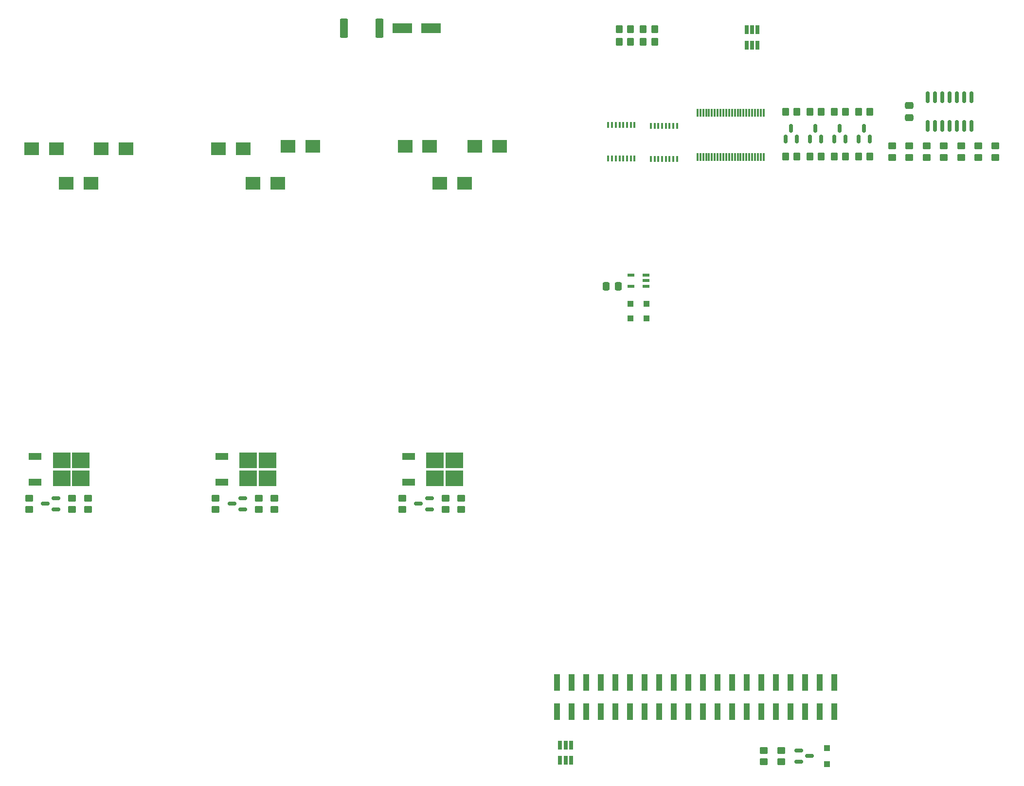
<source format=gbr>
%TF.GenerationSoftware,KiCad,Pcbnew,(6.0.1)*%
%TF.CreationDate,2022-01-31T22:39:25+01:00*%
%TF.ProjectId,OpenMowerMainboard,4f70656e-4d6f-4776-9572-4d61696e626f,rev?*%
%TF.SameCoordinates,Original*%
%TF.FileFunction,Paste,Top*%
%TF.FilePolarity,Positive*%
%FSLAX46Y46*%
G04 Gerber Fmt 4.6, Leading zero omitted, Abs format (unit mm)*
G04 Created by KiCad (PCBNEW (6.0.1)) date 2022-01-31 22:39:25*
%MOMM*%
%LPD*%
G01*
G04 APERTURE LIST*
G04 Aperture macros list*
%AMRoundRect*
0 Rectangle with rounded corners*
0 $1 Rounding radius*
0 $2 $3 $4 $5 $6 $7 $8 $9 X,Y pos of 4 corners*
0 Add a 4 corners polygon primitive as box body*
4,1,4,$2,$3,$4,$5,$6,$7,$8,$9,$2,$3,0*
0 Add four circle primitives for the rounded corners*
1,1,$1+$1,$2,$3*
1,1,$1+$1,$4,$5*
1,1,$1+$1,$6,$7*
1,1,$1+$1,$8,$9*
0 Add four rect primitives between the rounded corners*
20,1,$1+$1,$2,$3,$4,$5,0*
20,1,$1+$1,$4,$5,$6,$7,0*
20,1,$1+$1,$6,$7,$8,$9,0*
20,1,$1+$1,$8,$9,$2,$3,0*%
G04 Aperture macros list end*
%ADD10RoundRect,0.250000X-0.450000X0.350000X-0.450000X-0.350000X0.450000X-0.350000X0.450000X0.350000X0*%
%ADD11R,0.400000X1.000000*%
%ADD12RoundRect,0.150000X-0.587500X-0.150000X0.587500X-0.150000X0.587500X0.150000X-0.587500X0.150000X0*%
%ADD13RoundRect,0.250000X0.350000X0.450000X-0.350000X0.450000X-0.350000X-0.450000X0.350000X-0.450000X0*%
%ADD14RoundRect,0.250000X0.450000X-0.350000X0.450000X0.350000X-0.450000X0.350000X-0.450000X-0.350000X0*%
%ADD15R,1.100000X1.100000*%
%ADD16RoundRect,0.250000X-0.350000X-0.450000X0.350000X-0.450000X0.350000X0.450000X-0.350000X0.450000X0*%
%ADD17R,2.500000X2.300000*%
%ADD18R,0.650000X1.560000*%
%ADD19RoundRect,0.250000X-0.475000X0.337500X-0.475000X-0.337500X0.475000X-0.337500X0.475000X0.337500X0*%
%ADD20RoundRect,0.150000X0.150000X-0.587500X0.150000X0.587500X-0.150000X0.587500X-0.150000X-0.587500X0*%
%ADD21RoundRect,0.150000X0.587500X0.150000X-0.587500X0.150000X-0.587500X-0.150000X0.587500X-0.150000X0*%
%ADD22R,1.000000X3.000000*%
%ADD23R,0.300000X1.425000*%
%ADD24R,3.050000X2.750000*%
%ADD25R,2.200000X1.200000*%
%ADD26R,1.150000X0.600000*%
%ADD27R,3.500000X1.800000*%
%ADD28RoundRect,0.250000X0.337500X0.475000X-0.337500X0.475000X-0.337500X-0.475000X0.337500X-0.475000X0*%
%ADD29RoundRect,0.249999X0.450001X1.425001X-0.450001X1.425001X-0.450001X-1.425001X0.450001X-1.425001X0*%
%ADD30RoundRect,0.150000X0.150000X-0.825000X0.150000X0.825000X-0.150000X0.825000X-0.150000X-0.825000X0*%
G04 APERTURE END LIST*
D10*
X103342323Y-139050000D03*
X103342323Y-141050000D03*
X100592323Y-139050000D03*
X100592323Y-141050000D03*
D11*
X128925000Y-79900000D03*
X129575000Y-79900000D03*
X130225000Y-79900000D03*
X130875000Y-79900000D03*
X131525000Y-79900000D03*
X132175000Y-79900000D03*
X132825000Y-79900000D03*
X133475000Y-79900000D03*
X133475000Y-74100000D03*
X132825000Y-74100000D03*
X132175000Y-74100000D03*
X131525000Y-74100000D03*
X130875000Y-74100000D03*
X130225000Y-74100000D03*
X129575000Y-74100000D03*
X128925000Y-74100000D03*
D10*
X159000000Y-183000000D03*
X159000000Y-185000000D03*
D12*
X162062500Y-183050000D03*
X162062500Y-184950000D03*
X163937500Y-184000000D03*
D13*
X137000000Y-57400000D03*
X135000000Y-57400000D03*
D10*
X38342323Y-139050000D03*
X38342323Y-141050000D03*
D13*
X132800000Y-57400000D03*
X130800000Y-57400000D03*
D14*
X196320000Y-79720000D03*
X196320000Y-77720000D03*
D10*
X35592323Y-139050000D03*
X35592323Y-141050000D03*
D13*
X137000000Y-59600000D03*
X135000000Y-59600000D03*
D15*
X132800000Y-107800000D03*
X135600000Y-107800000D03*
D16*
X168216666Y-79600000D03*
X170216666Y-79600000D03*
D10*
X28092323Y-139050000D03*
X28092323Y-141050000D03*
X193320000Y-77720000D03*
X193320000Y-79720000D03*
D17*
X73175000Y-77750000D03*
X77475000Y-77750000D03*
X28545000Y-78250000D03*
X32845000Y-78250000D03*
X67100000Y-84250000D03*
X71400000Y-84250000D03*
D15*
X135600000Y-105200000D03*
X132800000Y-105200000D03*
D14*
X187320000Y-79720000D03*
X187320000Y-77720000D03*
D10*
X60592323Y-139050000D03*
X60592323Y-141050000D03*
D11*
X136325000Y-80000000D03*
X136975000Y-80000000D03*
X137625000Y-80000000D03*
X138275000Y-80000000D03*
X138925000Y-80000000D03*
X139575000Y-80000000D03*
X140225000Y-80000000D03*
X140875000Y-80000000D03*
X140875000Y-74200000D03*
X140225000Y-74200000D03*
X139575000Y-74200000D03*
X138925000Y-74200000D03*
X138275000Y-74200000D03*
X137625000Y-74200000D03*
X136975000Y-74200000D03*
X136325000Y-74200000D03*
D18*
X153010000Y-60200000D03*
X153960000Y-60200000D03*
X154910000Y-60200000D03*
X154910000Y-57500000D03*
X153960000Y-57500000D03*
X153010000Y-57500000D03*
D19*
X181320000Y-70682500D03*
X181320000Y-72757500D03*
D20*
X172499999Y-76537500D03*
X174399999Y-76537500D03*
X173449999Y-74662500D03*
D21*
X65279823Y-141000000D03*
X65279823Y-139100000D03*
X63404823Y-140050000D03*
D22*
X119970000Y-171180000D03*
X119970000Y-176220000D03*
X122510000Y-171180000D03*
X122510000Y-176220000D03*
X125050000Y-171180000D03*
X125050000Y-176220000D03*
X127590000Y-171180000D03*
X127590000Y-176220000D03*
X130130000Y-171180000D03*
X130130000Y-176220000D03*
X132670000Y-171180000D03*
X132670000Y-176220000D03*
X135210000Y-171180000D03*
X135210000Y-176220000D03*
X137750000Y-171180000D03*
X137750000Y-176220000D03*
X140290000Y-171180000D03*
X140290000Y-176220000D03*
X142830000Y-171180000D03*
X142830000Y-176220000D03*
X145370000Y-171180000D03*
X145370000Y-176220000D03*
X147910000Y-171180000D03*
X147910000Y-176220000D03*
X150450000Y-171180000D03*
X150450000Y-176220000D03*
X152990000Y-171180000D03*
X152990000Y-176220000D03*
X155530000Y-171180000D03*
X155530000Y-176220000D03*
X158070000Y-171180000D03*
X158070000Y-176220000D03*
X160610000Y-171180000D03*
X160610000Y-176220000D03*
X163150000Y-171180000D03*
X163150000Y-176220000D03*
X165690000Y-171180000D03*
X165690000Y-176220000D03*
X168230000Y-171180000D03*
X168230000Y-176220000D03*
D10*
X181320000Y-77720000D03*
X181320000Y-79720000D03*
D16*
X163983333Y-79600000D03*
X165983333Y-79600000D03*
X163983333Y-71800000D03*
X165983333Y-71800000D03*
X172449999Y-79600000D03*
X174449999Y-79600000D03*
D17*
X105675000Y-77750000D03*
X109975000Y-77750000D03*
D10*
X68092323Y-139050000D03*
X68092323Y-141050000D03*
D18*
X122430000Y-182060000D03*
X121480000Y-182060000D03*
X120530000Y-182060000D03*
X120530000Y-184760000D03*
X121480000Y-184760000D03*
X122430000Y-184760000D03*
D13*
X132800000Y-59600000D03*
X130800000Y-59600000D03*
D10*
X190320000Y-77720000D03*
X190320000Y-79720000D03*
D16*
X168216666Y-71800000D03*
X170216666Y-71800000D03*
D14*
X156000000Y-185000000D03*
X156000000Y-183000000D03*
D23*
X155950000Y-71988000D03*
X155450000Y-71988000D03*
X154950000Y-71988000D03*
X154450000Y-71988000D03*
X153950000Y-71988000D03*
X153450000Y-71988000D03*
X152950000Y-71988000D03*
X152450000Y-71988000D03*
X151950000Y-71988000D03*
X151450000Y-71988000D03*
X150950000Y-71988000D03*
X150450000Y-71988000D03*
X149950000Y-71988000D03*
X149450000Y-71988000D03*
X148950000Y-71988000D03*
X148450000Y-71988000D03*
X147950000Y-71988000D03*
X147450000Y-71988000D03*
X146950000Y-71988000D03*
X146450000Y-71988000D03*
X145950000Y-71988000D03*
X145450000Y-71988000D03*
X144950000Y-71988000D03*
X144450000Y-71988000D03*
X144450000Y-79612000D03*
X144950000Y-79612000D03*
X145450000Y-79612000D03*
X145950000Y-79612000D03*
X146450000Y-79612000D03*
X146950000Y-79612000D03*
X147450000Y-79612000D03*
X147950000Y-79612000D03*
X148450000Y-79612000D03*
X148950000Y-79612000D03*
X149450000Y-79612000D03*
X149950000Y-79612000D03*
X150450000Y-79612000D03*
X150950000Y-79612000D03*
X151450000Y-79612000D03*
X151950000Y-79612000D03*
X152450000Y-79612000D03*
X152950000Y-79612000D03*
X153450000Y-79612000D03*
X153950000Y-79612000D03*
X154450000Y-79612000D03*
X154950000Y-79612000D03*
X155450000Y-79612000D03*
X155950000Y-79612000D03*
D24*
X33767323Y-135575000D03*
X33767323Y-132525000D03*
X37117323Y-135575000D03*
X37117323Y-132525000D03*
D25*
X29142323Y-131770000D03*
X29142323Y-136330000D03*
D26*
X135500000Y-102150000D03*
X135500000Y-101200000D03*
X135500000Y-100250000D03*
X132900000Y-100250000D03*
X132900000Y-102150000D03*
D20*
X159800000Y-76537500D03*
X161700000Y-76537500D03*
X160750000Y-74662500D03*
D17*
X93545000Y-77750000D03*
X97845000Y-77750000D03*
D16*
X172449999Y-71800000D03*
X174449999Y-71800000D03*
D17*
X40675000Y-78250000D03*
X44975000Y-78250000D03*
D20*
X168266666Y-76537500D03*
X170166666Y-76537500D03*
X169216666Y-74662500D03*
D24*
X98767323Y-135575000D03*
X102117323Y-132525000D03*
X98767323Y-132525000D03*
X102117323Y-135575000D03*
D25*
X94142323Y-131770000D03*
X94142323Y-136330000D03*
D17*
X99600000Y-84250000D03*
X103900000Y-84250000D03*
D10*
X93092323Y-139050000D03*
X93092323Y-141050000D03*
D21*
X32779823Y-141000000D03*
X32779823Y-139100000D03*
X30904823Y-140050000D03*
D17*
X34600000Y-84250000D03*
X38900000Y-84250000D03*
D16*
X159750000Y-79600000D03*
X161750000Y-79600000D03*
D24*
X66267323Y-132525000D03*
X66267323Y-135575000D03*
X69617323Y-135575000D03*
X69617323Y-132525000D03*
D25*
X61642323Y-131770000D03*
X61642323Y-136330000D03*
D27*
X93100000Y-57200000D03*
X98100000Y-57200000D03*
D28*
X130637500Y-102200000D03*
X128562500Y-102200000D03*
D17*
X61045000Y-78250000D03*
X65345000Y-78250000D03*
D29*
X89050000Y-57200000D03*
X82950000Y-57200000D03*
D30*
X184510000Y-74195000D03*
X185780000Y-74195000D03*
X187050000Y-74195000D03*
X188320000Y-74195000D03*
X189590000Y-74195000D03*
X190860000Y-74195000D03*
X192130000Y-74195000D03*
X192130000Y-69245000D03*
X190860000Y-69245000D03*
X189590000Y-69245000D03*
X188320000Y-69245000D03*
X187050000Y-69245000D03*
X185780000Y-69245000D03*
X184510000Y-69245000D03*
D21*
X97779823Y-141000000D03*
X97779823Y-139100000D03*
X95904823Y-140050000D03*
D10*
X184320000Y-77720000D03*
X184320000Y-79720000D03*
D20*
X164033333Y-76537500D03*
X165933333Y-76537500D03*
X164983333Y-74662500D03*
D16*
X159750000Y-71800000D03*
X161750000Y-71800000D03*
D15*
X167000000Y-182600000D03*
X167000000Y-185400000D03*
D10*
X70842323Y-139050000D03*
X70842323Y-141050000D03*
X178320000Y-77720000D03*
X178320000Y-79720000D03*
M02*

</source>
